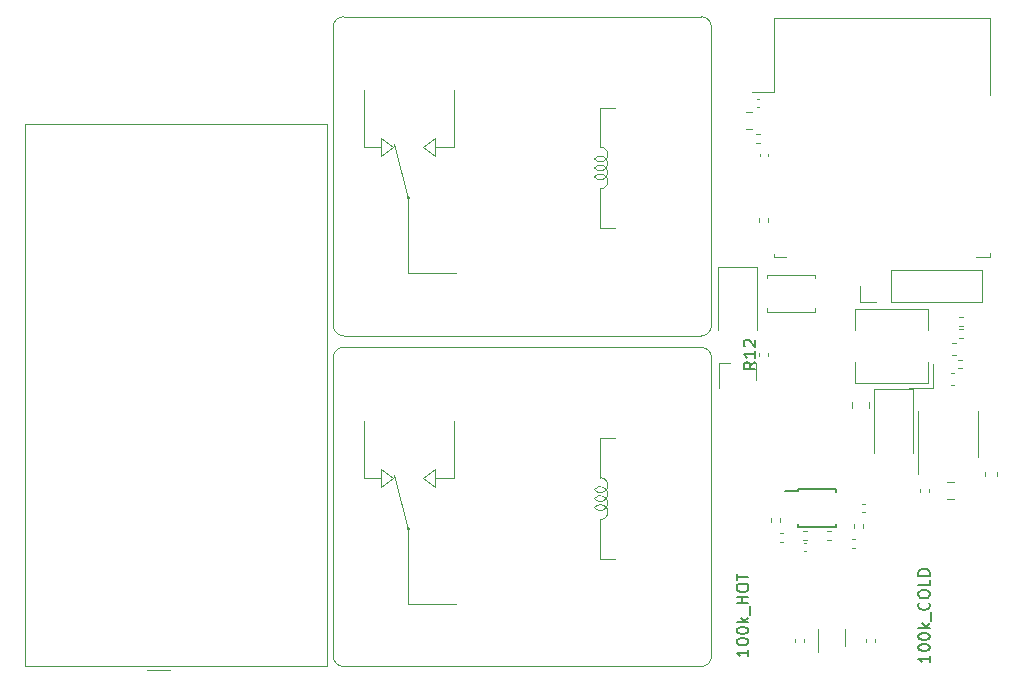
<source format=gbr>
%TF.GenerationSoftware,KiCad,Pcbnew,5.1.10*%
%TF.CreationDate,2021-08-16T03:58:39-04:00*%
%TF.ProjectId,wifi-50A-relay,77696669-2d35-4304-912d-72656c61792e,rev?*%
%TF.SameCoordinates,Original*%
%TF.FileFunction,Legend,Top*%
%TF.FilePolarity,Positive*%
%FSLAX46Y46*%
G04 Gerber Fmt 4.6, Leading zero omitted, Abs format (unit mm)*
G04 Created by KiCad (PCBNEW 5.1.10) date 2021-08-16 03:58:39*
%MOMM*%
%LPD*%
G01*
G04 APERTURE LIST*
%ADD10C,0.120000*%
%ADD11C,0.150000*%
%ADD12C,0.100000*%
G04 APERTURE END LIST*
D10*
%TO.C,R12*%
X91880000Y-59953641D02*
X91880000Y-59646359D01*
X91120000Y-59953641D02*
X91120000Y-59646359D01*
%TO.C,C13*%
X95107836Y-75740000D02*
X94892164Y-75740000D01*
X95107836Y-76460000D02*
X94892164Y-76460000D01*
%TO.C,C12*%
X99207836Y-75440000D02*
X98992164Y-75440000D01*
X99207836Y-76160000D02*
X98992164Y-76160000D01*
%TO.C,C11*%
X92892164Y-75660000D02*
X93107836Y-75660000D01*
X92892164Y-74940000D02*
X93107836Y-74940000D01*
%TO.C,R11*%
X95153641Y-74720000D02*
X94846359Y-74720000D01*
X95153641Y-75480000D02*
X94846359Y-75480000D01*
%TO.C,R10*%
X97153641Y-74720000D02*
X96846359Y-74720000D01*
X97153641Y-75480000D02*
X96846359Y-75480000D01*
%TO.C,R9*%
X99880000Y-74453641D02*
X99880000Y-74146359D01*
X99120000Y-74453641D02*
X99120000Y-74146359D01*
%TO.C,R8*%
X92880000Y-73953641D02*
X92880000Y-73646359D01*
X92120000Y-73953641D02*
X92120000Y-73646359D01*
%TO.C,R7*%
X100120000Y-83846359D02*
X100120000Y-84153641D01*
X100880000Y-83846359D02*
X100880000Y-84153641D01*
%TO.C,R6*%
X94120000Y-83846359D02*
X94120000Y-84153641D01*
X94880000Y-83846359D02*
X94880000Y-84153641D01*
%TO.C,R3*%
X91120000Y-48246359D02*
X91120000Y-48553641D01*
X91880000Y-48246359D02*
X91880000Y-48553641D01*
%TO.C,R2*%
X90846359Y-41880000D02*
X91153641Y-41880000D01*
X90846359Y-41120000D02*
X91153641Y-41120000D01*
%TO.C,R1*%
X108253641Y-60220000D02*
X107946359Y-60220000D01*
X108253641Y-60980000D02*
X107946359Y-60980000D01*
%TO.C,C10*%
X99842164Y-73160000D02*
X100057836Y-73160000D01*
X99842164Y-72440000D02*
X100057836Y-72440000D01*
%TO.C,C8*%
X91140000Y-42792164D02*
X91140000Y-43007836D01*
X91860000Y-42792164D02*
X91860000Y-43007836D01*
%TO.C,C7*%
X104740000Y-71192164D02*
X104740000Y-71407836D01*
X105460000Y-71192164D02*
X105460000Y-71407836D01*
%TO.C,C5*%
X91107836Y-38140000D02*
X90892164Y-38140000D01*
X91107836Y-38860000D02*
X90892164Y-38860000D01*
%TO.C,PS1*%
X28950000Y-86200000D02*
X54550000Y-86200000D01*
X54550000Y-86200000D02*
X54550000Y-40300000D01*
X28950000Y-86200000D02*
X28950000Y-40300000D01*
X28950000Y-40300000D02*
X54550000Y-40300000D01*
X39250000Y-86500000D02*
X41250000Y-86500000D01*
D11*
%TO.C,U3*%
X94375000Y-71175000D02*
X94375000Y-71350000D01*
X97625000Y-71175000D02*
X97625000Y-71450000D01*
X97625000Y-74425000D02*
X97625000Y-74150000D01*
X94375000Y-74425000D02*
X94375000Y-74150000D01*
X94375000Y-71175000D02*
X97625000Y-71175000D01*
X94375000Y-74425000D02*
X97625000Y-74425000D01*
X94375000Y-71350000D02*
X93300000Y-71350000D01*
D10*
%TO.C,U2*%
X104540000Y-66500000D02*
X104540000Y-69950000D01*
X104540000Y-66500000D02*
X104540000Y-64550000D01*
X109660000Y-66500000D02*
X109660000Y-68450000D01*
X109660000Y-66500000D02*
X109660000Y-64550000D01*
D12*
%TO.C,U1*%
X92380000Y-51300000D02*
X92380000Y-51520000D01*
X92380000Y-51520000D02*
X93400000Y-51520000D01*
X110620000Y-51200000D02*
X110620000Y-51500000D01*
X109500000Y-51520000D02*
X110620000Y-51520000D01*
X92380000Y-31280000D02*
X110620000Y-31280000D01*
X110620000Y-31280000D02*
X110620000Y-37800000D01*
X92380000Y-31280000D02*
X92380000Y-37600000D01*
X92380000Y-37600000D02*
X90500000Y-37600000D01*
D10*
%TO.C,SW1*%
X95870000Y-53030000D02*
X95870000Y-53330000D01*
X91730000Y-56170000D02*
X91730000Y-55870000D01*
X91730000Y-53330000D02*
X91730000Y-53030000D01*
X95870000Y-56170000D02*
X91730000Y-56170000D01*
X95870000Y-55870000D02*
X95870000Y-56170000D01*
X91730000Y-53030000D02*
X95870000Y-53030000D01*
%TO.C,R5*%
X108353641Y-57620000D02*
X108046359Y-57620000D01*
X108353641Y-58380000D02*
X108046359Y-58380000D01*
%TO.C,R4*%
X108046359Y-57380000D02*
X108353641Y-57380000D01*
X108046359Y-56620000D02*
X108353641Y-56620000D01*
%TO.C,Q1*%
X90830000Y-60490000D02*
X90830000Y-61950000D01*
X87670000Y-60490000D02*
X87670000Y-62650000D01*
X87670000Y-60490000D02*
X88600000Y-60490000D01*
X90830000Y-60490000D02*
X89900000Y-60490000D01*
%TO.C,L1*%
X105420000Y-57750000D02*
X105420000Y-55980000D01*
X105420000Y-62220000D02*
X105420000Y-60450000D01*
X105420000Y-55980000D02*
X99180000Y-55980000D01*
X99180000Y-57750000D02*
X99180000Y-55980000D01*
X99180000Y-62220000D02*
X99180000Y-60450000D01*
X105420000Y-62220000D02*
X99180000Y-62220000D01*
X105800000Y-62600000D02*
X103800000Y-62600000D01*
X105800000Y-60600000D02*
X105800000Y-62600000D01*
%TO.C,K2*%
X86200000Y-58210000D02*
X55920000Y-58210000D01*
X87070000Y-57340000D02*
X87070000Y-32060000D01*
X55050000Y-57340000D02*
X55050000Y-32060000D01*
X86200000Y-31190000D02*
X55920000Y-31190000D01*
X77666000Y-45778000D02*
X77666000Y-49105400D01*
X77665998Y-38894603D02*
X77665998Y-42222003D01*
X77666000Y-38894600D02*
X78936000Y-38894600D01*
X78936000Y-49105400D02*
X77666000Y-49105400D01*
X61537000Y-46540000D02*
G75*
G03*
X61537000Y-46540000I-127000J0D01*
G01*
X63696000Y-42984000D02*
X63696000Y-41460000D01*
X59124000Y-41460000D02*
X59124000Y-42984000D01*
X63696000Y-41460000D02*
X62680000Y-42222000D01*
X62680000Y-42222000D02*
X63696000Y-42984000D01*
X59124000Y-41460000D02*
X60140000Y-42222000D01*
X60140000Y-42222000D02*
X59124000Y-42984000D01*
X65260000Y-37396000D02*
X65260000Y-42222000D01*
X61410000Y-46540000D02*
X60190800Y-41968000D01*
X61410000Y-46540000D02*
X61410000Y-52900000D01*
X61410000Y-52900000D02*
X65474000Y-52900000D01*
X57660000Y-42222000D02*
X57660000Y-37396000D01*
X59124000Y-42222000D02*
X57660000Y-42222000D01*
X65260000Y-42222000D02*
X63696000Y-42222000D01*
X55050000Y-32060000D02*
G75*
G02*
X55920000Y-31190000I870000J0D01*
G01*
X55920000Y-58210000D02*
G75*
G02*
X55050000Y-57340000I0J870000D01*
G01*
X86200000Y-31190000D02*
G75*
G02*
X87070000Y-32060000I0J-870000D01*
G01*
X87070000Y-57340000D02*
G75*
G02*
X86200000Y-58210000I-870000J0D01*
G01*
X77158198Y-43238270D02*
G75*
G03*
X77665998Y-42222003I507800J381267D01*
G01*
X77158200Y-44761733D02*
G75*
G02*
X77666000Y-45778000I507800J-381267D01*
G01*
X77157734Y-43238356D02*
G75*
G02*
X77157999Y-44000002I508264J-380646D01*
G01*
X77157735Y-44000355D02*
G75*
G02*
X77158000Y-44762001I508264J-380646D01*
G01*
%TO.C,K1*%
X86200000Y-86210000D02*
X55920000Y-86210000D01*
X87070000Y-85340000D02*
X87070000Y-60060000D01*
X55050000Y-85340000D02*
X55050000Y-60060000D01*
X86200000Y-59190000D02*
X55920000Y-59190000D01*
X77666000Y-73778000D02*
X77666000Y-77105400D01*
X77665998Y-66894603D02*
X77665998Y-70222003D01*
X77666000Y-66894600D02*
X78936000Y-66894600D01*
X78936000Y-77105400D02*
X77666000Y-77105400D01*
X61537000Y-74540000D02*
G75*
G03*
X61537000Y-74540000I-127000J0D01*
G01*
X63696000Y-70984000D02*
X63696000Y-69460000D01*
X59124000Y-69460000D02*
X59124000Y-70984000D01*
X63696000Y-69460000D02*
X62680000Y-70222000D01*
X62680000Y-70222000D02*
X63696000Y-70984000D01*
X59124000Y-69460000D02*
X60140000Y-70222000D01*
X60140000Y-70222000D02*
X59124000Y-70984000D01*
X65260000Y-65396000D02*
X65260000Y-70222000D01*
X61410000Y-74540000D02*
X60190800Y-69968000D01*
X61410000Y-74540000D02*
X61410000Y-80900000D01*
X61410000Y-80900000D02*
X65474000Y-80900000D01*
X57660000Y-70222000D02*
X57660000Y-65396000D01*
X59124000Y-70222000D02*
X57660000Y-70222000D01*
X65260000Y-70222000D02*
X63696000Y-70222000D01*
X55050000Y-60060000D02*
G75*
G02*
X55920000Y-59190000I870000J0D01*
G01*
X55920000Y-86210000D02*
G75*
G02*
X55050000Y-85340000I0J870000D01*
G01*
X86200000Y-59190000D02*
G75*
G02*
X87070000Y-60060000I0J-870000D01*
G01*
X87070000Y-85340000D02*
G75*
G02*
X86200000Y-86210000I-870000J0D01*
G01*
X77158198Y-71238270D02*
G75*
G03*
X77665998Y-70222003I507800J381267D01*
G01*
X77158200Y-72761733D02*
G75*
G02*
X77666000Y-73778000I507800J-381267D01*
G01*
X77157734Y-71238356D02*
G75*
G02*
X77157999Y-72000002I508264J-380646D01*
G01*
X77157735Y-72000355D02*
G75*
G02*
X77158000Y-72762001I508264J-380646D01*
G01*
%TO.C,J1*%
X99670000Y-55330000D02*
X99670000Y-54000000D01*
X101000000Y-55330000D02*
X99670000Y-55330000D01*
X102270000Y-55330000D02*
X102270000Y-52670000D01*
X102270000Y-52670000D02*
X109950000Y-52670000D01*
X102270000Y-55330000D02*
X109950000Y-55330000D01*
X109950000Y-55330000D02*
X109950000Y-52670000D01*
%TO.C,D3*%
X98410000Y-84450000D02*
X98410000Y-83050000D01*
X96090000Y-83050000D02*
X96090000Y-84950000D01*
%TO.C,D2*%
X90900000Y-52350000D02*
X90900000Y-57750000D01*
X87600000Y-52350000D02*
X87600000Y-57750000D01*
X90900000Y-52350000D02*
X87600000Y-52350000D01*
%TO.C,D1*%
X104150000Y-62700000D02*
X104150000Y-68100000D01*
X100850000Y-62700000D02*
X100850000Y-68100000D01*
X104150000Y-62700000D02*
X100850000Y-62700000D01*
%TO.C,C9*%
X98965000Y-63838748D02*
X98965000Y-64361252D01*
X100435000Y-63838748D02*
X100435000Y-64361252D01*
%TO.C,C6*%
X107740580Y-58790000D02*
X107459420Y-58790000D01*
X107740580Y-59810000D02*
X107459420Y-59810000D01*
%TO.C,C4*%
X107640580Y-61390000D02*
X107359420Y-61390000D01*
X107640580Y-62410000D02*
X107359420Y-62410000D01*
%TO.C,C3*%
X90511252Y-39265000D02*
X89988748Y-39265000D01*
X90511252Y-40735000D02*
X89988748Y-40735000D01*
%TO.C,C2*%
X110190000Y-69759420D02*
X110190000Y-70040580D01*
X111210000Y-69759420D02*
X111210000Y-70040580D01*
%TO.C,C1*%
X107038748Y-72035000D02*
X107561252Y-72035000D01*
X107038748Y-70565000D02*
X107561252Y-70565000D01*
%TO.C,R12*%
D11*
X90782380Y-60442857D02*
X90306190Y-60776190D01*
X90782380Y-61014285D02*
X89782380Y-61014285D01*
X89782380Y-60633333D01*
X89830000Y-60538095D01*
X89877619Y-60490476D01*
X89972857Y-60442857D01*
X90115714Y-60442857D01*
X90210952Y-60490476D01*
X90258571Y-60538095D01*
X90306190Y-60633333D01*
X90306190Y-61014285D01*
X90782380Y-59490476D02*
X90782380Y-60061904D01*
X90782380Y-59776190D02*
X89782380Y-59776190D01*
X89925238Y-59871428D01*
X90020476Y-59966666D01*
X90068095Y-60061904D01*
X89877619Y-59109523D02*
X89830000Y-59061904D01*
X89782380Y-58966666D01*
X89782380Y-58728571D01*
X89830000Y-58633333D01*
X89877619Y-58585714D01*
X89972857Y-58538095D01*
X90068095Y-58538095D01*
X90210952Y-58585714D01*
X90782380Y-59157142D01*
X90782380Y-58538095D01*
%TO.C,J3*%
X105572380Y-85280952D02*
X105572380Y-85852380D01*
X105572380Y-85566666D02*
X104572380Y-85566666D01*
X104715238Y-85661904D01*
X104810476Y-85757142D01*
X104858095Y-85852380D01*
X104572380Y-84661904D02*
X104572380Y-84566666D01*
X104620000Y-84471428D01*
X104667619Y-84423809D01*
X104762857Y-84376190D01*
X104953333Y-84328571D01*
X105191428Y-84328571D01*
X105381904Y-84376190D01*
X105477142Y-84423809D01*
X105524761Y-84471428D01*
X105572380Y-84566666D01*
X105572380Y-84661904D01*
X105524761Y-84757142D01*
X105477142Y-84804761D01*
X105381904Y-84852380D01*
X105191428Y-84899999D01*
X104953333Y-84899999D01*
X104762857Y-84852380D01*
X104667619Y-84804761D01*
X104620000Y-84757142D01*
X104572380Y-84661904D01*
X104572380Y-83709523D02*
X104572380Y-83614285D01*
X104620000Y-83519047D01*
X104667619Y-83471428D01*
X104762857Y-83423809D01*
X104953333Y-83376190D01*
X105191428Y-83376190D01*
X105381904Y-83423809D01*
X105477142Y-83471428D01*
X105524761Y-83519047D01*
X105572380Y-83614285D01*
X105572380Y-83709523D01*
X105524761Y-83804761D01*
X105477142Y-83852380D01*
X105381904Y-83899999D01*
X105191428Y-83947619D01*
X104953333Y-83947619D01*
X104762857Y-83899999D01*
X104667619Y-83852380D01*
X104620000Y-83804761D01*
X104572380Y-83709523D01*
X105572380Y-82947619D02*
X104572380Y-82947619D01*
X105191428Y-82852380D02*
X105572380Y-82566666D01*
X104905714Y-82566666D02*
X105286666Y-82947619D01*
X105667619Y-82376190D02*
X105667619Y-81614285D01*
X105477142Y-80804761D02*
X105524761Y-80852380D01*
X105572380Y-80995238D01*
X105572380Y-81090476D01*
X105524761Y-81233333D01*
X105429523Y-81328571D01*
X105334285Y-81376190D01*
X105143809Y-81423809D01*
X105000952Y-81423809D01*
X104810476Y-81376190D01*
X104715238Y-81328571D01*
X104620000Y-81233333D01*
X104572380Y-81090476D01*
X104572380Y-80995238D01*
X104620000Y-80852380D01*
X104667619Y-80804761D01*
X104572380Y-80185714D02*
X104572380Y-79995238D01*
X104620000Y-79899999D01*
X104715238Y-79804761D01*
X104905714Y-79757142D01*
X105239047Y-79757142D01*
X105429523Y-79804761D01*
X105524761Y-79899999D01*
X105572380Y-79995238D01*
X105572380Y-80185714D01*
X105524761Y-80280952D01*
X105429523Y-80376190D01*
X105239047Y-80423809D01*
X104905714Y-80423809D01*
X104715238Y-80376190D01*
X104620000Y-80280952D01*
X104572380Y-80185714D01*
X105572380Y-78852380D02*
X105572380Y-79328571D01*
X104572380Y-79328571D01*
X105572380Y-78519047D02*
X104572380Y-78519047D01*
X104572380Y-78280952D01*
X104620000Y-78138095D01*
X104715238Y-78042857D01*
X104810476Y-77995238D01*
X105000952Y-77947619D01*
X105143809Y-77947619D01*
X105334285Y-77995238D01*
X105429523Y-78042857D01*
X105524761Y-78138095D01*
X105572380Y-78280952D01*
X105572380Y-78519047D01*
%TO.C,J2*%
X90202380Y-84780952D02*
X90202380Y-85352380D01*
X90202380Y-85066666D02*
X89202380Y-85066666D01*
X89345238Y-85161904D01*
X89440476Y-85257142D01*
X89488095Y-85352380D01*
X89202380Y-84161904D02*
X89202380Y-84066666D01*
X89250000Y-83971428D01*
X89297619Y-83923809D01*
X89392857Y-83876190D01*
X89583333Y-83828571D01*
X89821428Y-83828571D01*
X90011904Y-83876190D01*
X90107142Y-83923809D01*
X90154761Y-83971428D01*
X90202380Y-84066666D01*
X90202380Y-84161904D01*
X90154761Y-84257142D01*
X90107142Y-84304761D01*
X90011904Y-84352380D01*
X89821428Y-84400000D01*
X89583333Y-84400000D01*
X89392857Y-84352380D01*
X89297619Y-84304761D01*
X89250000Y-84257142D01*
X89202380Y-84161904D01*
X89202380Y-83209523D02*
X89202380Y-83114285D01*
X89250000Y-83019047D01*
X89297619Y-82971428D01*
X89392857Y-82923809D01*
X89583333Y-82876190D01*
X89821428Y-82876190D01*
X90011904Y-82923809D01*
X90107142Y-82971428D01*
X90154761Y-83019047D01*
X90202380Y-83114285D01*
X90202380Y-83209523D01*
X90154761Y-83304761D01*
X90107142Y-83352380D01*
X90011904Y-83400000D01*
X89821428Y-83447619D01*
X89583333Y-83447619D01*
X89392857Y-83400000D01*
X89297619Y-83352380D01*
X89250000Y-83304761D01*
X89202380Y-83209523D01*
X90202380Y-82447619D02*
X89202380Y-82447619D01*
X89821428Y-82352380D02*
X90202380Y-82066666D01*
X89535714Y-82066666D02*
X89916666Y-82447619D01*
X90297619Y-81876190D02*
X90297619Y-81114285D01*
X90202380Y-80876190D02*
X89202380Y-80876190D01*
X89678571Y-80876190D02*
X89678571Y-80304761D01*
X90202380Y-80304761D02*
X89202380Y-80304761D01*
X89202380Y-79638095D02*
X89202380Y-79447619D01*
X89250000Y-79352380D01*
X89345238Y-79257142D01*
X89535714Y-79209523D01*
X89869047Y-79209523D01*
X90059523Y-79257142D01*
X90154761Y-79352380D01*
X90202380Y-79447619D01*
X90202380Y-79638095D01*
X90154761Y-79733333D01*
X90059523Y-79828571D01*
X89869047Y-79876190D01*
X89535714Y-79876190D01*
X89345238Y-79828571D01*
X89250000Y-79733333D01*
X89202380Y-79638095D01*
X89202380Y-78923809D02*
X89202380Y-78352380D01*
X90202380Y-78638095D02*
X89202380Y-78638095D01*
%TD*%
M02*

</source>
